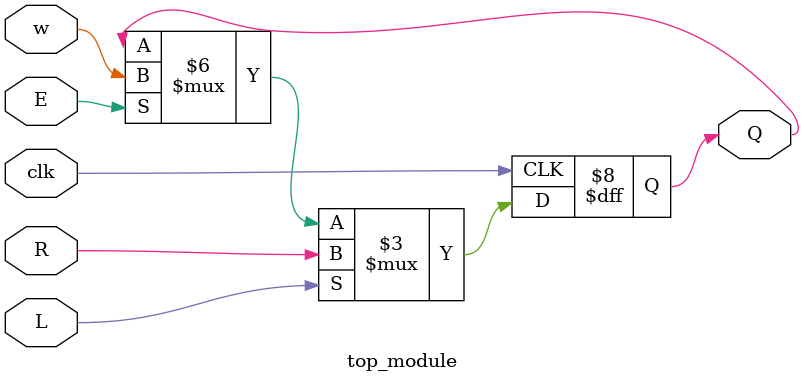
<source format=v>
module top_module (
    input clk,
    input w, R, E, L,
    output Q
);
    wire y;
    always @(posedge clk)
        begin
            if(E)
                y=w;
            else
                y=Q;
            if(L)
                Q<=R;
            else
                Q<=y;
        end
            

endmodule

</source>
